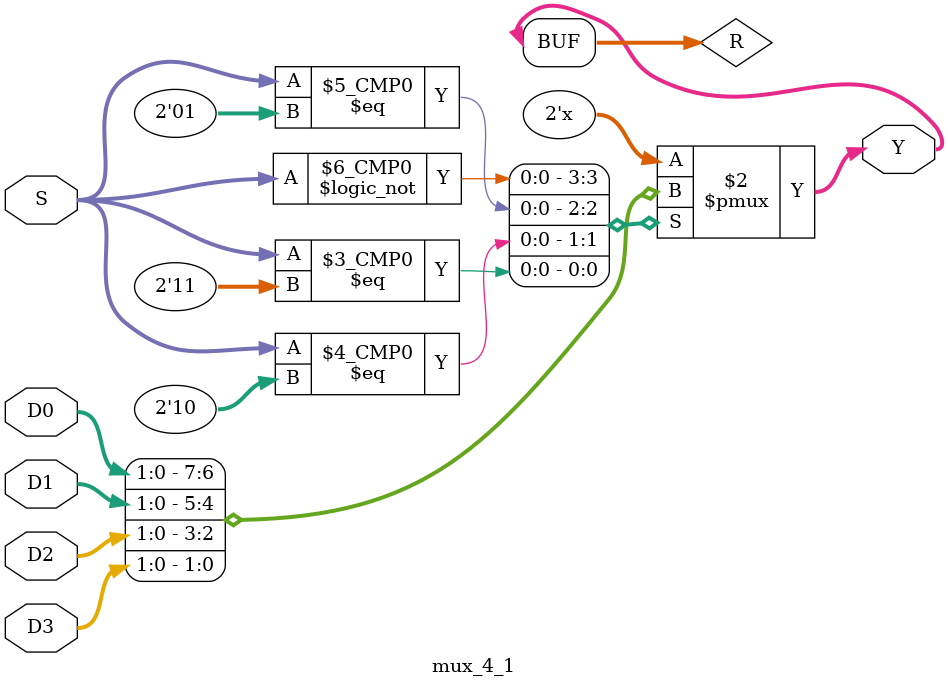
<source format=v>
module mux_4_1 (D3, D2, D1, D0, S, Y);

input [1:0] D3, D2, D1, D0, S;
output [1:0] Y;
reg [1:0] R;

always @(*) begin
   case (S)
    2'b00 : R = D0;
    2'b01 : R = D1;
    2'b10 : R = D2;
    2'b11 : R = D3;
    default : R = 2'b00;
endcase 
end

assign Y = R;

endmodule
</source>
